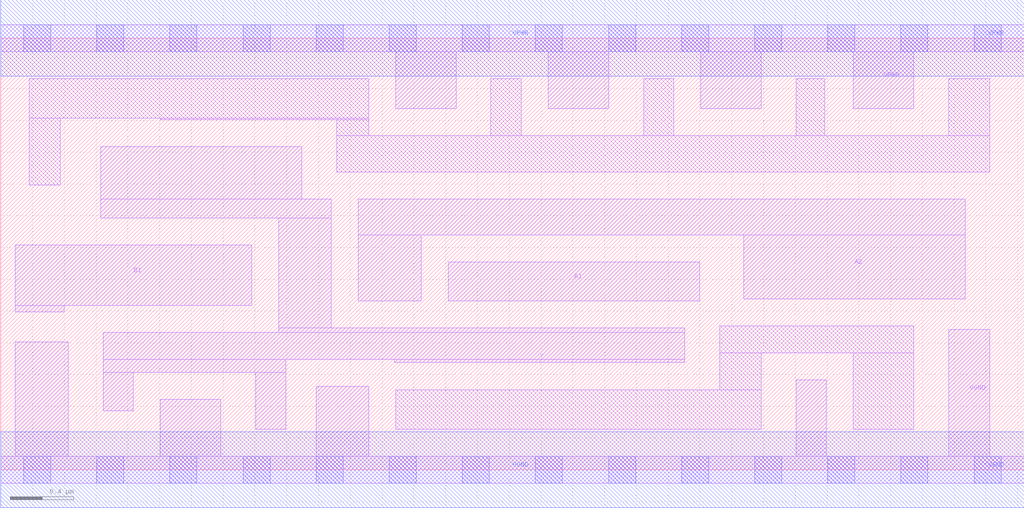
<source format=lef>
# Copyright 2020 The SkyWater PDK Authors
#
# Licensed under the Apache License, Version 2.0 (the "License");
# you may not use this file except in compliance with the License.
# You may obtain a copy of the License at
#
#     https://www.apache.org/licenses/LICENSE-2.0
#
# Unless required by applicable law or agreed to in writing, software
# distributed under the License is distributed on an "AS IS" BASIS,
# WITHOUT WARRANTIES OR CONDITIONS OF ANY KIND, either express or implied.
# See the License for the specific language governing permissions and
# limitations under the License.
#
# SPDX-License-Identifier: Apache-2.0

VERSION 5.7 ;
  NAMESCASESENSITIVE ON ;
  NOWIREEXTENSIONATPIN ON ;
  DIVIDERCHAR "/" ;
  BUSBITCHARS "[]" ;
UNITS
  DATABASE MICRONS 200 ;
END UNITS
PROPERTYDEFINITIONS
  MACRO maskLayoutSubType STRING ;
  MACRO prCellType STRING ;
  MACRO originalViewName STRING ;
END PROPERTYDEFINITIONS
MACRO sky130_fd_sc_hdll__a21oi_4
  CLASS CORE ;
  FOREIGN sky130_fd_sc_hdll__a21oi_4 ;
  ORIGIN  0.000000  0.000000 ;
  SIZE  6.440000 BY  2.720000 ;
  SYMMETRY X Y R90 ;
  SITE unithd ;
  PIN A1
    ANTENNAGATEAREA  1.110000 ;
    DIRECTION INPUT ;
    USE SIGNAL ;
    PORT
      LAYER li1 ;
        RECT 2.815000 1.065000 4.400000 1.310000 ;
    END
  END A1
  PIN A2
    ANTENNAGATEAREA  1.110000 ;
    DIRECTION INPUT ;
    USE SIGNAL ;
    PORT
      LAYER li1 ;
        RECT 2.250000 1.065000 2.645000 1.480000 ;
        RECT 2.250000 1.480000 6.070000 1.705000 ;
        RECT 4.675000 1.075000 6.070000 1.480000 ;
    END
  END A2
  PIN B1
    ANTENNAGATEAREA  1.110000 ;
    DIRECTION INPUT ;
    USE SIGNAL ;
    PORT
      LAYER li1 ;
        RECT 0.090000 0.995000 0.400000 1.035000 ;
        RECT 0.090000 1.035000 1.580000 1.415000 ;
    END
  END B1
  PIN VGND
    ANTENNADIFFAREA  1.014000 ;
    DIRECTION INOUT ;
    USE SIGNAL ;
    PORT
      LAYER li1 ;
        RECT 0.000000 -0.085000 6.440000 0.085000 ;
        RECT 0.090000  0.085000 0.425000 0.805000 ;
        RECT 1.005000  0.085000 1.385000 0.445000 ;
        RECT 1.985000  0.085000 2.315000 0.525000 ;
        RECT 5.005000  0.085000 5.195000 0.565000 ;
        RECT 5.965000  0.085000 6.225000 0.885000 ;
      LAYER mcon ;
        RECT 0.145000 -0.085000 0.315000 0.085000 ;
        RECT 0.605000 -0.085000 0.775000 0.085000 ;
        RECT 1.065000 -0.085000 1.235000 0.085000 ;
        RECT 1.525000 -0.085000 1.695000 0.085000 ;
        RECT 1.985000 -0.085000 2.155000 0.085000 ;
        RECT 2.445000 -0.085000 2.615000 0.085000 ;
        RECT 2.905000 -0.085000 3.075000 0.085000 ;
        RECT 3.365000 -0.085000 3.535000 0.085000 ;
        RECT 3.825000 -0.085000 3.995000 0.085000 ;
        RECT 4.285000 -0.085000 4.455000 0.085000 ;
        RECT 4.745000 -0.085000 4.915000 0.085000 ;
        RECT 5.205000 -0.085000 5.375000 0.085000 ;
        RECT 5.665000 -0.085000 5.835000 0.085000 ;
        RECT 6.125000 -0.085000 6.295000 0.085000 ;
      LAYER met1 ;
        RECT 0.000000 -0.240000 6.440000 0.240000 ;
    END
  END VGND
  PIN VPWR
    ANTENNADIFFAREA  1.210000 ;
    DIRECTION INOUT ;
    USE SIGNAL ;
    PORT
      LAYER li1 ;
        RECT 0.000000 2.635000 6.440000 2.805000 ;
        RECT 2.485000 2.275000 2.865000 2.635000 ;
        RECT 3.445000 2.275000 3.825000 2.635000 ;
        RECT 4.405000 2.275000 4.785000 2.635000 ;
        RECT 5.365000 2.275000 5.745000 2.635000 ;
      LAYER mcon ;
        RECT 0.145000 2.635000 0.315000 2.805000 ;
        RECT 0.605000 2.635000 0.775000 2.805000 ;
        RECT 1.065000 2.635000 1.235000 2.805000 ;
        RECT 1.525000 2.635000 1.695000 2.805000 ;
        RECT 1.985000 2.635000 2.155000 2.805000 ;
        RECT 2.445000 2.635000 2.615000 2.805000 ;
        RECT 2.905000 2.635000 3.075000 2.805000 ;
        RECT 3.365000 2.635000 3.535000 2.805000 ;
        RECT 3.825000 2.635000 3.995000 2.805000 ;
        RECT 4.285000 2.635000 4.455000 2.805000 ;
        RECT 4.745000 2.635000 4.915000 2.805000 ;
        RECT 5.205000 2.635000 5.375000 2.805000 ;
        RECT 5.665000 2.635000 5.835000 2.805000 ;
        RECT 6.125000 2.635000 6.295000 2.805000 ;
      LAYER met1 ;
        RECT 0.000000 2.480000 6.440000 2.960000 ;
    END
  END VPWR
  PIN Y
    ANTENNADIFFAREA  1.523000 ;
    DIRECTION OUTPUT ;
    USE SIGNAL ;
    PORT
      LAYER li1 ;
        RECT 0.630000 1.585000 2.080000 1.705000 ;
        RECT 0.630000 1.705000 1.895000 2.035000 ;
        RECT 0.645000 0.370000 0.835000 0.615000 ;
        RECT 0.645000 0.615000 1.795000 0.695000 ;
        RECT 0.645000 0.695000 4.305000 0.865000 ;
        RECT 1.605000 0.255000 1.795000 0.615000 ;
        RECT 1.750000 0.865000 4.305000 0.895000 ;
        RECT 1.750000 0.895000 2.080000 1.585000 ;
        RECT 2.475000 0.675000 4.305000 0.695000 ;
    END
  END Y
  OBS
    LAYER li1 ;
      RECT 0.180000 1.795000 0.375000 2.215000 ;
      RECT 0.180000 2.215000 2.315000 2.465000 ;
      RECT 1.005000 2.205000 2.315000 2.215000 ;
      RECT 2.115000 1.875000 6.225000 2.105000 ;
      RECT 2.115000 2.105000 2.315000 2.205000 ;
      RECT 2.485000 0.255000 4.785000 0.505000 ;
      RECT 3.085000 2.105000 3.275000 2.465000 ;
      RECT 4.045000 2.105000 4.235000 2.465000 ;
      RECT 4.525000 0.505000 4.785000 0.735000 ;
      RECT 4.525000 0.735000 5.745000 0.905000 ;
      RECT 5.005000 2.105000 5.185000 2.465000 ;
      RECT 5.365000 0.255000 5.745000 0.735000 ;
      RECT 5.965000 2.105000 6.225000 2.465000 ;
  END
  PROPERTY maskLayoutSubType "abstract" ;
  PROPERTY prCellType "standard" ;
  PROPERTY originalViewName "layout" ;
END sky130_fd_sc_hdll__a21oi_4

</source>
